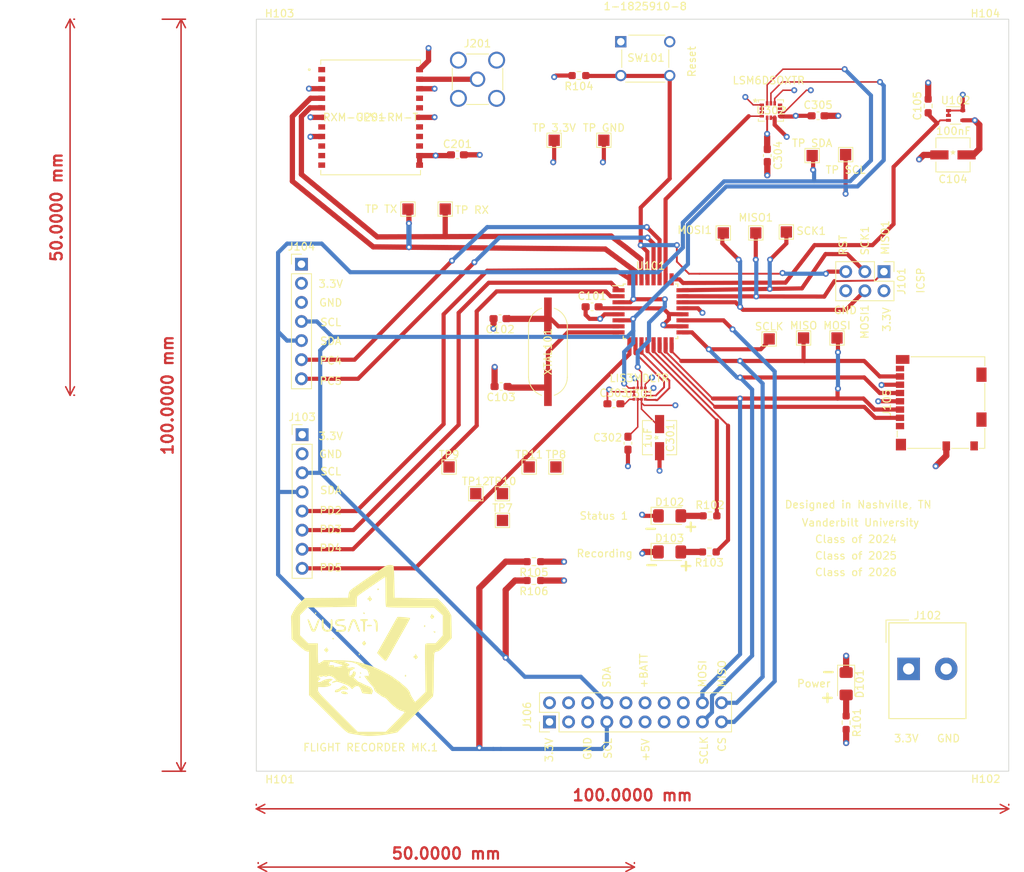
<source format=kicad_pcb>
(kicad_pcb (version 20211014) (generator pcbnew)
  (layers (0 "F.Cu" signal) (1 "In1.Cu" signal) (2 "In2.Cu" signal) (31 "B.Cu" signal) (34 "B.Paste" user) (35 "F.Paste" user) (36 "B.SilkS" user "B.Silkscreen") (37 "F.SilkS" user "F.Silkscreen") (38 "B.Mask" user) (39 "F.Mask" user) (44 "Edge.Cuts" user))
  (net 0 "")
  (net 1 "SDA")
  (net 2 "3.3V")
  (net 3 "Net-(C102-Pad1)")
  (net 4 "Net-(C103-Pad1)")
  (net 5 "Net-(D101-Pad2)")
  (net 6 "Net-(C303-Pad2)")
  (net 7 "Net-(D102-Pad2)")
  (net 8 "unconnected-(D102-Pad1)")
  (net 9 "/MISO1")
  (net 10 "/SCK1")
  (net 11 "/MOSI1")
  (net 12 "SCL")
  (net 13 "/PD2")
  (net 14 "/PD3")
  (net 15 "/PD4")
  (net 16 "/PD5")
  (net 19 "/SS SDC")
  (net 20 "/MOSI")
  (net 21 "/SCLK")
  (net 22 "/MISO")
  (net 30 "+5V")
  (net 31 "+BATT")
  (net 36 "/SS UPCB")
  (net 37 "Net-(J201-Pad1)")
  (net 38 "Net-(D103-Pad2)")
  (net 39 "Net-(R102-Pad2)")
  (net 40 "/RST")
  (net 41 "/DRDY")
  (net 42 "/INT_IMU")
  (net 43 "/PC4")
  (net 44 "/INT_MAG")
  (net 45 "GND")
  (net 46 "RX")
  (net 47 "TX")
  (net 58 "+3V3")
  (net 61 "/PC5")
  (net 62 "Net-(C105-Pad1)")
  (net 63 "Net-(C304-Pad1)")
  (net 64 "unconnected-(U201-Pad20)")
  (net 65 "Net-(R103-Pad1)")
  (net 70 "unconnected-(U101-Pad27)")
  (net 71 "unconnected-(U101-Pad28)")
  (net 73 "/IMU/INT_MAG")
  (net 74 "/IMU/DRDY")
  (footprint "Resistor_SMD:R_0603_1608Metric_Pad0.98x0.95mm_HandSolder" (layer "F.Cu") (at 231.3125 147.2 180)
    (fp_text reference "R103")
    (fp_text value "40")
  )
  (footprint "TestPoint:TestPoint_Pad_1.5x1.5mm" (layer "F.Cu") (at 203.823 139.452)
    (fp_text reference "TP10")
    (fp_text value "TX")
  )
  (footprint "TestPoint:TestPoint_Pad_1.5x1.5mm" (layer "F.Cu") (at 196.723 135.902)
    (fp_text reference "TP9")
    (fp_text value "RX")
  )
  (footprint "Capacitor_SMD:C_0603_1608Metric_Pad1.08x0.95mm_HandSolder" (layer "F.Cu") (at 220.5 132.7375 -90)
    (fp_text reference "C302")
    (fp_text value "100nF")
  )
  (footprint "Connector_PinHeader_2.54mm:PinHeader_1x07_P2.54mm_Vertical" (layer "F.Cu") (at 177.1075 108.9325)
    (fp_text reference "J104")
    (fp_text value "Conn_01x07")
  )
  (footprint "Resistor_SMD:R_0603_1608Metric_Pad0.98x0.95mm_HandSolder" (layer "F.Cu") (at 208 151 180)
    (fp_text reference "R106")
    (fp_text value "2.2K")
  )
  (footprint "Capacitor_SMD:C_0603_1608Metric_Pad1.08x0.95mm_HandSolder" (layer "F.Cu") (at 203.6375 125.2 180)
    (fp_text reference "C103")
    (fp_text value "25pF")
  )
  (footprint "LED_SMD:LED_1206_3216Metric_Pad1.42x1.75mm_HandSolder" (layer "F.Cu") (at 249.5 164.725 -90)
    (fp_text reference "D101")
    (fp_text value "RED")
  )
  (footprint "TestPoint:TestPoint_Pad_1.5x1.5mm" (layer "F.Cu") (at 249.428 94.361)
    (fp_text reference "TP SCL")
    (fp_text value "TestPoint_Pad_1.5x1.5mm")
  )
  (footprint "Capacitor_SMD:C_0603_1608Metric_Pad1.08x0.95mm_HandSolder" (layer "F.Cu") (at 197.8399 94.38785)
    (fp_text reference "C201")
    (fp_text value "0.01uF")
  )
  (footprint "TestPoint:TestPoint_Pad_1.5x1.5mm" (layer "F.Cu") (at 239.268 118.872)
    (fp_text reference "SCLK")
    (fp_text value "SCLK")
  )
  (footprint "Connector_PinHeader_2.54mm:PinHeader_2x10_P2.54mm_Vertical" (layer "F.Cu") (at 210.075 169.8 90)
    (fp_text reference "J106")
    (fp_text value "Conn_02x10_Top_Bottom")
  )
  (footprint "0.1uF P_Cap:UWP1H0R1MCL1GB" (layer "F.Cu") (at 263.7 94.4 180)
    (fp_text reference "C104")
    (fp_text value "100nF")
  )
  (footprint "Linx GPS:RXM-GPS-RM-T" (layer "F.Cu") (at 186.3024 89.41)
    (fp_text reference "U201")
    (fp_text value "RXM-GPS-RM-T")
  )
  (footprint "Capacitor_SMD:C_0603_1608Metric_Pad1.08x0.95mm_HandSolder" (layer "F.Cu") (at 215.7375 114.6)
    (fp_text reference "C101")
    (fp_text value "100nF")
  )
  (footprint "Resistor_SMD:R_0603_1608Metric_Pad0.98x0.95mm_HandSolder" (layer "F.Cu") (at 208 148.49 180)
    (fp_text reference "R105")
    (fp_text value "2.2K")
  )
  (footprint "Graphics:VUSAT.pretty" (layer "F.Cu") (at 186.912213 161.801051)
    (fp_text reference "G***" hide)
    (fp_text value "LOGO" hide)
  )
  (footprint "TestPoint:TestPoint_Pad_1.5x1.5mm" (layer "F.Cu") (at 233.172 104.775)
    (fp_text reference "MOSI1")
    (fp_text value "MOSI1")
  )
  (footprint "0.1uF P_Cap:UWP1H0R1MCL1GB" (layer "F.Cu") (at 224.7 132 -90)
    (fp_text reference "C301")
    (fp_text value "1uF")
  )
  (footprint "TestPoint:TestPoint_Pad_1.5x1.5mm" (layer "F.Cu") (at 241.554 104.648)
    (fp_text reference "SCK1")
    (fp_text value "SCK1")
  )
  (footprint "TestPoint:TestPoint_Pad_1.5x1.5mm" (layer "F.Cu") (at 200.273 139.452)
    (fp_text reference "TP12")
    (fp_text value "3.3V")
  )
  (footprint "Connector_Coaxial:SMA_Amphenol_901-144_Vertical" (layer "F.Cu") (at 200.5075 84.34)
    (fp_text reference "J201")
    (fp_text value "Conn_Coaxial")
  )
  (footprint "3-axis magnetometer:LIS3MDLTR" (layer "F.Cu") (at 222.049999 126.149999)
    (fp_text reference "U301")
    (fp_text value "LIS3MDLTR")
  )
  (footprint "8 Mhz crystal:830010043" (layer "F.Cu") (at 209.865 120.578 90)
    (fp_text reference "XTAL101")
    (fp_text value "830010043" hide)
  )
  (footprint "TestPoint:TestPoint_Pad_1.5x1.5mm" (layer "F.Cu") (at 196.215 101.6)
    (fp_text reference "TP RX")
    (fp_text value "TestPoint_Pad_1.5x1.5mm")
  )
  (footprint "PushSwitch:1-1825910-8" (layer "F.Cu") (at 226.05 83.850001)
    (fp_text reference "SW101")
    (fp_text value "1-1825910-8")
  )
  (footprint "Resistor_SMD:R_0603_1608Metric_Pad0.98x0.95mm_HandSolder" (layer "F.Cu") (at 213.9875 83.85 180)
    (fp_text reference "R104")
    (fp_text value "10k")
  )
  (footprint "6-axis IMU:LSM6DSOXTR" (layer "F.Cu") (at 239.5 88.5)
    (fp_text reference "U302")
    (fp_text value "LSM6DSOXTR")
  )
  (footprint "Connector_PinHeader_2.54mm:PinHeader_2x03_P2.54mm_Vertical" (layer "F.Cu") (at 254.525 109.925 -90)
    (fp_text reference "J101")
    (fp_text value "ICSP")
  )
  (footprint "LED_SMD:LED_1206_3216Metric_Pad1.42x1.75mm_HandSolder" (layer "F.Cu") (at 226.0375 147.2)
    (fp_text reference "D103")
    (fp_text value "YELLOW")
  )
  (footprint "Connector_PinHeader_2.54mm:PinHeader_1x08_P2.54mm_Vertical" (layer "F.Cu") (at 177.2 131.6)
    (fp_text reference "J103")
    (fp_text value "Conn_01x08")
  )
  (footprint "MountingHole:MountingHole_3.2mm_M3_ISO7380" (layer "F.Cu") (at 268 173.25)
    (fp_text reference "H102")
    (fp_text value "MountingHole")
  )
  (footprint "TestPoint:TestPoint_Pad_1.5x1.5mm" (layer "F.Cu") (at 207.373 135.902)
    (fp_text reference "TP11")
    (fp_text value "GND")
  )
  (footprint "MountingHole:MountingHole_3.2mm_M3_ISO7380" (layer "F.Cu") (at 174.2 173.25)
    (fp_text reference "H101")
    (fp_text value "MountingHole")
  )
  (footprint "TestPoint:TestPoint_Pad_1.5x1.5mm" (layer "F.Cu") (at 237.49 104.775)
    (fp_text reference "MISO1")
    (fp_text value "MISO1")
  )
  (footprint "MountingHole:MountingHole_3.2mm_M3_ISO7380" (layer "F.Cu") (at 268 79.45)
    (fp_text reference "H104")
    (fp_text value "MountingHole")
  )
  (footprint "TestPoint:TestPoint_Pad_1.5x1.5mm" (layer "F.Cu") (at 248.285 118.745)
    (fp_text reference "MOSI")
    (fp_text value "MOSI")
  )
  (footprint "Resistor_SMD:R_0603_1608Metric_Pad0.98x0.95mm_HandSolder" (layer "F.Cu") (at 260.4 87.8875 90)
    (fp_text reference "C105")
    (fp_text value "C")
  )
  (footprint "Resistor_SMD:R_0603_1608Metric_Pad0.98x0.95mm_HandSolder" (layer "F.Cu") (at 231.4 142.4)
    (fp_text reference "R102")
    (fp_text value "40")
  )
  (footprint "Package_TO_SOT_SMD:SOT-353_SC-70-5" (layer "F.Cu") (at 264.05 89.15)
    (fp_text reference "U102")
    (fp_text value "LMT84DCK")
  )
  (footprint "TestPoint:TestPoint_Pad_1.5x1.5mm" (layer "F.Cu") (at 191.262 101.6)
    (fp_text reference "TP TX")
    (fp_text value "TestPoint_Pad_1.5x1.5mm")
  )
  (footprint "Capacitor_SMD:C_0603_1608Metric_Pad1.08x0.95mm_HandSolder" (layer "F.Cu") (at 218.6375 127.5)
    (fp_text reference "C303")
    (fp_text value "100nF")
  )
  (footprint "TestPoint:TestPoint_Pad_1.5x1.5mm" (layer "F.Cu") (at 244.983 94.488)
    (fp_text reference "TP SDA")
    (fp_text value "TestPoint_Pad_1.5x1.5mm")
  )
  (footprint "LED_SMD:LED_1206_3216Metric_Pad1.42x1.75mm_HandSolder" (layer "F.Cu") (at 226.0375 142.4)
    (fp_text reference "D102")
    (fp_text value "GREEN")
  )
  (footprint "TestPoint:TestPoint_Pad_1.5x1.5mm" (layer "F.Cu") (at 210.693 92.456)
    (fp_text reference "TP 3.3V")
    (fp_text value "TestPoint_Pad_1.5x1.5mm")
  )
  (footprint "TestPoint:TestPoint_Pad_1.5x1.5mm" (layer "F.Cu") (at 203.823 143.002)
    (fp_text reference "TP7")
    (fp_text value "SDA")
  )
  (footprint "TestPoint:TestPoint_Pad_1.5x1.5mm" (layer "F.Cu") (at 243.84 118.745)
    (fp_text reference "MISO")
    (fp_text value "MISO")
  )
  (footprint "TerminalBlock_Altech:Altech_AK300_1x02_P5.00mm_45-Degree" (layer "F.Cu") (at 257.8 162.75)
    (fp_text reference "J102")
    (fp_text value "Screw_Terminal_01x02")
  )
  (footprint "TestPoint:TestPoint_Pad_1.5x1.5mm" (layer "F.Cu") (at 210.923 135.902)
    (fp_text reference "TP8")
    (fp_text value "SCL")
  )
  (footprint "Connector_Card:microSD_HC_Molex_104031-0811" (layer "F.Cu") (at 262.1075 127.3575 90)
    (fp_text reference "J105")
    (fp_text value "Micro_SD_Card")
  )
  (footprint "Capacitor_SMD:C_0603_1608Metric_Pad1.08x0.95mm_HandSolder" (layer "F.Cu") (at 239.02 94.4825 -90)
    (fp_text reference "C304")
    (fp_text value "100nF")
  )
  (footprint "Resistor_SMD:R_0603_1608Metric_Pad0.98x0.95mm_HandSolder" (layer "F.Cu") (at 249.5 169.9 -90)
    (fp_text reference "R101")
    (fp_text value "40")
  )
  (footprint "Package_QFP:TQFP-32_7x7mm_P0.8mm" (layer "F.Cu") (at 223.5 115.2)
    (fp_text reference "U101")
    (fp_text value "ATmega328PB-A")
  )
  (footprint "MountingHole:MountingHole_3.2mm_M3_ISO7380" (layer "F.Cu") (at 174.2 79.45)
    (fp_text reference "H103")
    (fp_text value "MountingHole")
  )
  (footprint "Capacitor_SMD:C_0603_1608Metric_Pad1.08x0.95mm_HandSolder" (layer "F.Cu") (at 203.5 116.175 180)
    (fp_text reference "C102")
    (fp_text value "25pF")
  )
  (footprint "TestPoint:TestPoint_Pad_1.5x1.5mm" (layer "F.Cu") (at 217.297 92.456)
    (fp_text reference "TP GND")
    (fp_text value "TestPoint_Pad_1.5x1.5mm")
  )
  (footprint "Capacitor_SMD:C_0603_1608Metric_Pad1.08x0.95mm_HandSolder" (layer "F.Cu") (at 245.7675 89.2)
    (fp_text reference "C305")
    (fp_text value "100nF")
  )
  (gr_rect locked (start 171.1075 76.3575) (end 271.1075 176.3575) (layer "Edge.Cuts") (width 0.1) (fill none))
  (gr_text "RST" (at 249.1 106.4 90) (layer "F.SilkS") (effects (font (size 1 1))))
  (gr_text "MOSI1" (at 251.968 116.586 90) (layer "F.SilkS") (effects (font (size 1 1))))
  (gr_text "GND" (at 215.135 173.335 90) (layer "F.SilkS") (effects (font (size 1 1))))
  (gr_text "MISO" (at 233 163.4 90) (layer "F.SilkS") (effects (font (size 1 1))))
  (gr_text "GND" (at 181 134.2) (layer "F.SilkS") (effects (font (size 1 1))))
  (gr_text "MOSI" (at 230.4 163.4 90) (layer "F.SilkS") (effects (font (size 1 1))))
  (gr_text "Designed in Nashville, TN" (at 251.1 140.9) (layer "F.SilkS") (effects (font (size 1 1))))
  (gr_text "3.3V" (at 257.5 172) (layer "F.SilkS") (effects (font (size 1 1))))
  (gr_text "SCLK" (at 230.6 173.6 90) (layer "F.SilkS") (effects (font (size 1 1))))
  (gr_text "PC5" (at 181 124.46) (layer "F.SilkS") (effects (font (size 1 1))))
  (gr_text "Class of 2025" (at 250.8 147.7) (layer "F.SilkS") (effects (font (size 1 1))))
  (gr_text "+" (at 247.015 166.497) (layer "F.SilkS") (effects (font (size 1.5 1.5) (thickness 0.3))))
  (gr_text "SDA" (at 181 119.16) (layer "F.SilkS") (effects (font (size 1 1))))
  (gr_text "SCL" (at 181 136.5) (layer "F.SilkS") (effects (font (size 1 1))))
  (gr_text "3.3V" (at 254.9 116.3 90) (layer "F.SilkS") (effects (font (size 1 1))))
  (gr_text "Reset" (at 229 82 90) (layer "F.SilkS") (effects (font (size 1 1))))
  (gr_text "PC4" (at 181 121.76) (layer "F.SilkS") (effects (font (size 1 1))))
  (gr_text "MISO1" (at 254.7 105.4 90) (layer "F.SilkS") (effects (font (size 1 1))))
  (gr_text "CS" (at 233 172.8 90) (layer "F.SilkS") (effects (font (size 1 1))))
  (gr_text "Status 1" (at 217.3 142.4) (layer "F.SilkS") (effects (font (size 1 1))))
  (gr_text "-" (at 247.142 163.068) (layer "F.SilkS") (effects (font (size 1.5 1.5) (thickness 0.3))))
  (gr_text "Power" (at 245.2 164.7) (layer "F.SilkS") (effects (font (size 1 1))))
  (gr_text "SDA" (at 181 139) (layer "F.SilkS") (effects (font (size 1 1))))
  (gr_text "-" (at 223.647 148.844) (layer "F.SilkS") (effects (font (size 1.5 1.5) (thickness 0.3))))
  (gr_text "+BATT" (at 222.6 163 90) (layer "F.SilkS") (effects (font (size 1 1))))
  (gr_text "SCL" (at 181 116.66) (layer "F.SilkS") (effects (font (size 1 1))))
  (gr_text "3.3V" (at 181 131.8) (layer "F.SilkS") (effects (font (size 1 1))))
  (gr_text "GND" (at 249.4 115.062) (layer "F.SilkS") (effects (font (size 1 1))))
  (gr_text "Class of 2024" (at 250.8 145.5) (layer "F.SilkS") (effects (font (size 1 1))))
  (gr_text "Recording" (at 217.4 147.4) (layer "F.SilkS") (effects (font (size 1 1))))
  (gr_text "SCL" (at 217.835 173.335 90) (layer "F.SilkS") (effects (font (size 1 1))))
  (gr_text "SCK1" (at 252 105.8 90) (layer "F.SilkS") (effects (font (size 1 1))))
  (gr_text "3.3V" (at 181 111.56) (layer "F.SilkS") (effects (font (size 1 1))))
  (gr_text "+5V" (at 222.835 173.535 90) (layer "F.SilkS") (effects (font (size 1 1))))
  (gr_text "ICSP" (at 259.4 111.1 90) (layer "F.SilkS") (effects (font (size 1 1))))
  (gr_text "Vanderbilt University" (at 251.4 143.3) (layer "F.SilkS") (effects (font (size 1 1))))
  (gr_text "PD2" (at 181 141.7) (layer "F.SilkS") (effects (font (size 1 1))))
  (gr_text "GND" (at 181 114.06) (layer "F.SilkS") (effects (font (size 1 1))))
  (gr_text "PD5" (at 181 149.3) (layer "F.SilkS") (effects (font (size 1 1))))
  (gr_text "3.3V" (at 210.035 173.535 90) (layer "F.SilkS") (effects (font (size 1 1))))
  (gr_text "GND" (at 263.1 172) (layer "F.SilkS") (effects (font (size 1 1))))
  (gr_text "Class of 2026" (at 250.8 149.9) (layer "F.SilkS") (effects (font (size 1 1))))
  (gr_text "+" (at 228.219 148.971) (layer "F.SilkS") (effects (font (size 1.5 1.5) (thickness 0.3))))
  (gr_text "-" (at 223.52 144.018) (layer "F.SilkS") (effects (font (size 1.5 1.5) (thickness 0.3))))
  (gr_text "FLIGHT RECORDER MK.1" (at 186.3 173.2) (layer "F.SilkS") (effects (font (size 1 1))))
  (gr_text "PD3" (at 181 144.2) (layer "F.SilkS") (effects (font (size 1 1))))
  (gr_text "SDA" (at 217.6925 163.8425 90) (layer "F.SilkS") (effects (font (size 1 1))))
  (gr_text "+" (at 228.854 143.764) (layer "F.SilkS") (effects (font (size 1.5 1.5) (thickness 0.3))))
  (gr_text "PD4" (at 181 146.7) (layer "F.SilkS") (effects (font (size 1 1))))
  (dimension (type aligned) (layer "F.Cu") (pts (xy 158.1075 76.3575) (xy 158.1075 176.3575)) (height -3) (gr_text "100.0000 mm" (at 159.3075 126.3575 90) (layer "F.Cu") (effects (font (size 1.5 1.5) (thickness 0.3)))) (format (units 3) (units_format 1) (precision 4)) (style (thickness 0.2) (arrow_length 1.27) (text_position_mode 0) (extension_height 0.58642) (extension_offset 0.5) keep_text_aligned))
  (dimension (type aligned) (layer "F.Cu") (pts (xy 146.3575 76.3575) (xy 146.3575 126.3575)) (height 0) (gr_text "50.0000 mm" (at 144.5575 101.3575 90) (layer "F.Cu") (effects (font (size 1.5 1.5) (thickness 0.3)))) (format (units 3) (units_format 1) (precision 4)) (style (thickness 0.2) (arrow_length 1.27) (text_position_mode 0) (extension_height 0.58642) (extension_offset 0.5) keep_text_aligned))
  (dimension (type aligned) (layer "F.Cu") (pts (xy 171.3575 189.1075) (xy 221.3575 189.1075)) (height 0) (gr_text "50.0000 mm" (at 196.3575 187.3075) (layer "F.Cu") (effects (font (size 1.5 1.5) (thickness 0.3)))) (format (units 3) (units_format 1) (precision 4)) (style (thickness 0.2) (arrow_length 1.27) (text_position_mode 0) (extension_height 0.58642) (extension_offset 0.5) keep_text_aligned))
  (dimension (type aligned) (layer "F.Cu") (pts (xy 171.1075 181.3575) (xy 271.1075 181.3575)) (height 0) (gr_text "100.0000 mm" (at 221.1075 179.5575) (layer "F.Cu") (effects (font (size 1.5 1.5) (thickness 0.3)))) (format (units 3) (units_format 1) (precision 4)) (style (thickness 0.2) (arrow_length 1.27) (text_position_mode 0) (extension_height 0.58642) (extension_offset 0.5) keep_text_aligned))
  (segment (start 239.000001 87.5437) (end 239.000001 85.099999) (width 0.2) (layer "F.Cu") (net 1))
  (segment (start 222.299999 123.299999) (end 221.8 122.8) (width 0.2) (layer "F.Cu") (net 1))
  (segment (start 241.1 83) (end 249.3 83) (width 0.2) (layer "F.Cu") (net 1))
  (segment (start 222.299999 125.399998) (end 222.299999 123.299999) (width 0.2) (layer "F.Cu") (net 1))
  (segment (start 239.000001 85.099999) (end 241.1 83) (width 0.2) (layer "F.Cu") (net 1))
  (segment (start 219.25 114) (end 220.8 114) (width 0.55) (layer "F.Cu") (net 1))
  (segment (start 220.8 114) (end 221.2 113.6) (width 0.55) (layer "F.Cu") (net 1))
  (segment (start 245.11 94.615) (end 244.983 94.488) (width 0.55) (layer "F.Cu") (net 1))
  (segment (start 204.26 148.49) (end 202.25 150.5) (width 0.825) (layer "F.Cu") (net 1))
  (segment (start 202.25 150.5) (end 200.75 152) (width 0.825) (layer "F.Cu") (net 1))
  (segment (start 245.11 96.393) (end 245.11 94.615) (width 0.55) (layer "F.Cu") (net 1))
  (segment (start 200.75 152) (end 200.75 173.25) (width 0.825) (layer "F.Cu") (net 1))
  (segment (start 225.4 113.6) (end 221.2 113.6) (width 0.55) (layer "F.Cu") (net 1))
  (segment (start 221.8 122.8) (end 221.8 122.6) (width 0.2) (layer "F.Cu") (net 1))
  (segment (start 207.0875 148.49) (end 204.26 148.49) (width 0.825) (layer "F.Cu") (net 1))
  (via (at 225.4 113.6) (size 0.8) (drill 0.4) (layers "F.Cu" "B.Cu") (net 1))
  (via (at 249.3 83) (size 0.8) (drill 0.4) (layers "F.Cu" "B.Cu") (net 1))
  (via (at 221.225 113.575) (size 0.8) (drill 0.4) (layers "F.Cu" "B.Cu") (net 1))
  (via (at 245.11 96.393) (size 0.8) (drill 0.4) (layers "F.Cu" "B.Cu") (net 1))
  (via (at 221.8 122.6) (size 0.8) (drill 0.4) (layers "F.Cu" "B.Cu") (net 1))
  (via (at 200.75 173.25) (size 0.8) (drill 0.4) (layers "F.Cu" "B.Cu") (net 1))
  (segment (start 197.2 173.4) (end 174 150.2) (width 0.55) (layer "B.Cu") (net 1))
  (segment (start 227.8 106.731371) (end 224.531371 110) (width 0.55) (layer "B.Cu") (net 1))
  (segment (start 217.695 172.705) (end 217 173.4) (width 0.55) (layer "B.Cu") (net 1))
  (segment (start 221.2 110) (end 221.2 113.6) (width 0.55) (layer "B.Cu") (net 1))
  (segment (start 224.531371 110) (end 221.2 110) (width 0.55) (layer "B.Cu") (net 1))
  (segment (start 225.4 114.6) (end 225.4 113.6) (width 0.55) (layer "B.Cu") (net 1))
  (segment (start 174 139.214299) (end 174 117.9) (width 0.55) (layer "B.Cu") (net 1))
  (segment (start 203.6 173.4) (end 202.6 173.4) (width 0.55) (layer "B.Cu") (net 1))
  (segment (start 227.8 103.4) (end 227.8 106.731371) (width 0.55) (layer "B.Cu") (net 1))
  (segment (start 174 117.9) (end 174 107.4) (width 0.55) (layer "B.Cu") (net 1))
  (segment (start 221.8 122.6) (end 221.8 120.6) (width 0.55) (layer "B.Cu") (net 1))
  (segment (start 245.24 96.523) (end 245.11 96.393) (width 0.55) (layer "B.Cu") (net 1))
  (segment (start 177.1075 119.0925) (end 175.1925 119.0925) (width 0.55) (layer "B.Cu") (net 1))
  (segment (start 183.6 110) (end 221.2 110) (width 0.55) (layer "B.Cu") (net 1))
  (segment (start 223.3 119.1) (end 223.3 116.7) (width 0.55) (layer "B.Cu") (net 1))
  (segment (start 174 107.4) (end 175.2 106.2) (width 0.55) (layer "B.Cu") (net 1))
  (segment (start 249.3 83) (end 252.8 86.5) (width 0.55) (layer "B.Cu") (net 1))
  (segment (start 245.24 97.92) (end 233.28 97.92) (width 0.55) (layer "B.Cu") (net 1))
  (segment (start 179.8 106.2) (end 183.6 110) (width 0.55) (layer "B.Cu") (net 1))
  (segment (start 233.28 97.92) (end 227.8 103.4) (width 0.55) (layer "B.Cu") (net 1))
  (segment (start 174.005701 139.22) (end 174 139.214299) (width 0.25) (layer "B.Cu") (net 1))
  (segment (start 252.8 95.12785) (end 250.00785 97.92) (width 0.55) (layer "B.Cu") (net 1))
  (segment (start 202.6 173.4) (end 197.2 173.4) (width 0.55) (layer "B.Cu") (net 1))
  (segment (start 245.24 97.92) (end 245.24 96.523) (width 0.55) (layer "B.Cu") (net 1))
  (segment (start 221.8 120.6) (end 223.3 119.1) (width 0.55) (layer "B.Cu") (net 1))
  (segment (start 252.8 86.5) (end 252.8 95.12785) (width 0.55) (layer "B.Cu") (net 1))
  (segment (start 217.695 169.8) (end 217.695 172.705) (width 0.55) (layer "B.Cu") (net 1))
  (segment (start 175.1925 119.0925) (end 174 117.9) (width 0.55) (layer "B.Cu") (net 1))
  (segment (start 250.00785 97.92) (end 245.24 97.92) (width 0.55) (layer "B.Cu") (net 1))
  (segment (start 223.3 116.7) (end 225.4 114.6) (width 0.55) (layer "B.Cu") (net 1))
  (segment (start 177.2 139.22) (end 174.005701 139.22) (width 0.55) (layer "B.Cu") (net 1))
  (segment (start 217 173.4) (end 203.6 173.4) (width 0.55) (layer "B.Cu") (net 1))
  (segment (start 174 150.2) (end 174 139.214299) (width 0.55) (layer "B.Cu") (net 1))
  (segment (start 175.2 106.2) (end 179.8 106.2) (width 0.55) (layer "B.Cu") (net 1))
  (segment (start 210.693 95.25) (end 210.693 92.456) (width 0.55) (layer "F.Cu") (net 2))
  (segment (start 210.566 95.377) (end 210.693 95.25) (width 0.25) (layer "F.Cu") (net 2))
  (segment (start 209.743 116.2) (end 204.6 116.2) (width 0.825) (layer "F.Cu") (net 3))
  (segment (start 219.25 117.2) (end 211.2495 117.2) (width 0.55) (layer "F.Cu") (net 3))
  (segment (start 211.2495 117.2) (end 209.865 115.8155) (width 0.55) (layer "F.Cu") (net 3))
  (segment (start 204.722 115.8155) (end 204.3625 116.175) (width 0.25) (layer "F.Cu") (net 3))
  (segment (start 204.6405 125.3405) (end 209.865 125.3405) (width 0.825) (layer "F.Cu") (net 4))
  (segment (start 212.5 118) (end 209.865 120.635) (width 0.55) (layer "F.Cu") (net 4))
  (segment (start 204.5 125.2) (end 204.6405 125.3405) (width 0.25) (layer "F.Cu") (net 4))
  (segment (start 209.865 120.635) (end 209.865 125.3405) (width 0.55) (layer "F.Cu") (net 4))
  (segment (start 219.25 118) (end 212.5 118) (width 0.55) (layer "F.Cu") (net 4))
  (segment (start 249.5 168.9875) (end 249.5 166.2125) (width 0.825) (layer "F.Cu") (net 5))
  (segment (start 221.299998 126.9) (end 220.7 126.9) (width 0.2) (layer "F.Cu") (net 6))
  (segment (start 220.7 126.9) (end 220.1 127.5) (width 0.2) (layer "F.Cu") (net 6))
  (segment (start 220.1 127.5) (end 219.5 127.5) (width 0.2) (layer "F.Cu") (net 6))
  (segment (start 230.4875 142.4) (end 227.525 142.4) (width 0.825) (layer "F.Cu") (net 7))
  (segment (start 222.537 142.4) (end 222.377 142.24) (width 0.25) (layer "F.Cu") (net 8))
  (segment (start 224.55 142.4) (end 222.537 142.4) (width 0.55) (layer "F.Cu") (net 8))
  (segment (start 253.350489 111.099511) (end 254.525 109.925) (width 0.25) (layer "F.Cu") (net 9))
  (segment (start 247.946417 111.18632) (end 253.350489 111.099511) (width 0.25) (layer "F.Cu") (net 9))
  (segment (start 237.49 108.331) (end 237.49 104.775) (width 0.55) (layer "F.Cu") (net 9))
  (segment (start 246.594329 113.238595) (end 237.553921 113.220079) (width 0.55) (layer "F.Cu") (net 9))
  (segment (start 237.553921 113.220079) (end 227.75 113.2) (width 0.55) (layer "F.Cu") (net 9))
  (segment (start 247.946417 111.18632) (end 246.594329 113.238595) (width 0.55) (layer "F.Cu") (net 9))
  (via (at 237.49 108.331) (size 0.8) (drill 0.4) (layers "F.Cu" "B.Cu") (net 9))
  (via (at 237.553921 113.220079) (size 0.8) (drill 0.4) (layers "F.Cu" "B.Cu") (net 9))
  (segment (start 237.553921 113.220079) (end 237.553921 108.394921) (width 0.55) (layer "B.Cu") (net 9))
  (segment (start 237.553921 108.394921) (end 237.49 108.331) (width 0.55) (layer "B.Cu") (net 9))
  (segment (start 243.624567 112.152097) (end 246.76334 107.588802) (width 0.55) (layer "F.Cu") (net 10))
  (segment (start 246.76334 107.588802) (end 249.6 107.6) (width 0.55) (layer "F.Cu") (net 10))
  (segment (start 251.985 109.925) (end 249.66 107.6) (width 0.55) (layer "F.Cu") (net 10))
  (segment (start 227.75 112.4) (end 239.345914 112.218914) (width 0.55) (layer "F.Cu") (net 10))
  (segment (start 241.554 106.172) (end 241.554 104.648) (width 0.55) (layer "F.Cu") (net 10))
  (segment (start 239.395 108.331) (end 241.554 106.172) (width 0.55) (layer "F.Cu") (net 10))
  (segment (start 239.345914 112.218914) (end 243.624567 112.152097) (width 0.55) (layer "F.Cu") (net 10))
  (via (at 239.345914 112.218914) (size 0.8) (drill 0.4) (layers "F.Cu" "B.Cu") (net 10))
  (via (at 239.395 108.331) (size 0.8) (drill 0.4) (layers "F.Cu" "B.Cu") (net 10))
  (segment (start 239.345914 112.218914) (end 239.345914 108.380086) (width 0.55) (layer "B.Cu") (net 10))
  (segment (start 239.345914 108.380086) (end 239.395 108.331) (width 0.55) (layer "B.Cu") (net 10))
  (segment (start 234.8 114) (end 227.75 114) (width 0.55) (layer "F.Cu") (net 11))
  (segment (start 233.045 106.172) (end 233.045 104.902) (width 0.55) (layer "F.Cu") (net 11))
  (segment (start 249.45 115) (end 235.8 115) (width 0.55) (layer "F.Cu") (net 11))
  (segment (start 235.406 114.606) (end 234.8 114) (width 0.55) (layer "F.Cu") (net 11))
  (segment (start 233.045 104.902) (end 233.172 104.775) (width 0.55) (layer "F.Cu") (net 11))
  (segment (start 235.204 108.331) (end 233.045 106.172) (width 0.55) (layer "F.Cu") (net 11))
  (segment (start 251.985 112.465) (end 249.45 115) (width 0.55) (layer "F.Cu") (net 11))
  (segment (start 235.8 115) (end 235.406 114.606) (width 0.55) (layer "F.Cu") (net 11))
  (via (at 235.204 108.331) (size 0.8) (drill 0.4) (layers "F.Cu" "B.Cu") (net 11))
  (via (at 235.406 114.606) (size 0.8) (drill 0.4) (layers "F.Cu" "B.Cu") (net 11))
  (segment (start 235.406 114.606) (end 235.406 108.533) (width 0.55) (layer "B.Cu") (net 11))
  (segment (start 235.406 108.533) (end 235.204 108.331) (width 0.55) (layer "B.Cu") (net 11))
  (segment (start 221 116.4) (end 221.2 116.2) (width 0.25) (layer "F.Cu") (net 12))
  (segment (start 221.299998 125.399998) (end 220.599998 125.399998) (width 0.2) (layer "F.Cu") (net 12))
  (segment (start 239.5 86.2) (end 241 84.7) (width 0.2) (layer "F.Cu") (net 12))
  (segment (start 220.599998 125.399998) (end 220 124.8) (width 0.2) (layer "F.Cu") (net 12))
  (segment (start 249.428 99.568) (end 249.428 94.361) (width 0.55) (layer "F.Cu") (net 12))
  (segment (start 219.25 116.4) (end 221 116.4) (width 0.55) (layer "F.Cu") (net 12))
  (segment (start 239.5 87.5437) (end 239.5 86.2) (width 0.2) (layer "F.Cu") (net 12))
  (segment (start 241 84.7) (end 254 84.7) (width 0.2) (layer "F.Cu") (net 12))
  (segment (start 207.0875 151) (end 205.5 151) (width 0.825) (layer "F.Cu") (net 12))
  (segment (start 205.5 151) (end 204.25 152.25) (width 0.825) (layer "F.Cu") (net 12))
  (segment (start 204.25 152.25) (end 204.25 161.25) (width 0.825) (layer "F.Cu") (net 12))
  (via (at 221.2 116.2) (size 0.8) (drill 0.4) (layers "F.Cu" "B.Cu") (net 12))
  (via (at 204.25 161.25) (size 0.8) (drill 0.4) (layers "F.Cu" "B.Cu") (net 12))
  (via (at 254 84.7) (size 0.8) (drill 0.4) (layers "F.Cu" "B.Cu") (net 12))
  (via (at 220 124.8) (size 0.8) (drill 0.4) (layers "F.Cu" "B.Cu") (net 12))
  (via (at 249.428 99.568) (size 0.8) (drill 0.4) (layers "F.Cu" "B.Cu") (net 12))
  (segment (start 200.375 157.375) (end 202.9 159.9) (width 0.55) (layer "B.Cu") (net 12))
  (segment (start 214.235 163.8) (end 206.8 163.8) (width 0.55) (layer "B.Cu") (net 12))
  (segment (start 177.2 136.68) (end 179.52 136.68) (width 0.55) (layer "B.Cu") (net 12))
  (segment (start 220 120.6) (end 220 124.8) (width 0.55) (layer "B.Cu") (net 12))
  (segment (start 181.2 118.6) (end 181.4 118.6) (width 0.25) (layer "B.Cu") (net 12))
  (segment (start 196.6 118.6) (end 220.4 118.6) (width 0.55) (layer "B.Cu") (net 12))
  (segment (start 249.471 99.525) (end 249.428 99.568) (width 0.55) (layer "B.Cu") (net 12))
  (segment (start 251.005 98.595) (end 254.45 95.15) (width 0.55) (layer "B.Cu") (net 12))
  (segment (start 228.475 103.679594) (end 233.559594 98.595) (width 0.55) (layer "B.Cu") (net 12))
  (segment (start 221.2 116.2) (end 221.2 117.8) (width 0.55) (layer "B.Cu") (net 12))
  (segment (start 220.4 118.6) (end 221.2 117.8) (width 0.55) (layer "B.Cu") (net 12))
  (segment (start 179.1525 116.5525) (end 181.2 118.6) (width 0.55) (layer "B.Cu") (net 12))
  (segment (start 177.1075 116.5525) (end 179.1525 116.5525) (width 0.55) (layer "B.Cu") (net 12))
  (segment (start 202.9 159.9) (end 203 160) (width 0.55) (layer "B.Cu") (net 12))
  (segment (start 221.2 119.4) (end 220 120.6) (width 0.55) (layer "B.Cu") (net 12))
  (segment (start 179.52 136.68) (end 179.6 136.6) (width 0.25) (layer "B.Cu") (net 12))
  (segment (start 233.559594 98.595) (end 249.471 98.595) (width 0.55) (layer "B.Cu") (net 12))
  (segment (start 217.695 167.26) (end 214.235 163.8) (width 0.55) (layer "B.Cu") (net 12))
  (segment (start 254.45 95.15) (end 254.5 95.1) (width 0.25) (layer "B.Cu") (net 12))
  (segment (start 249.471 98.595) (end 249.471 99.525) (width 0.55) (layer "B.Cu") (net 12))
  (segment (start 203 160) (end 206.8 163.8) (width 0.55) (layer "B.Cu") (net 12))
  (segment (start 254.5 85.2) (end 254 84.7) (width 0.55) (layer "B.Cu") (net 12))
  (segment (start 179.6 136.6) (end 179.6 120.4) (width 0.55) (layer "B.Cu") (net 12))
  (segment (start 221.2 117.8) (end 221.2 119.4) (width 0.55) (layer "B.Cu") (net 12))
  (segment (start 249.471 98.595) (end 251.005 98.595) (width 0.55) (layer "B.Cu") (net 12))
  (segment (start 254.5 95.1) (end 254.5 85.2) (width 0.55) (layer "B.Cu") (net 12))
  (segment (start 181.4 118.6) (end 196.6 118.6) (width 0.55) (layer "B.Cu") (net 12))
  (segment (start 228.475 108.925) (end 228.475 103.679594) (width 0.55) (layer "B.Cu") (net 12))
  (segment (start 179.6 136.6) (end 200.375 157.375) (width 0.55) (layer "B.Cu") (net 12))
  (segment (start 179.6 120.4) (end 181.4 118.6) (width 0.55) (layer "B.Cu") (net 12))
  (segment (start 221.2 116.2) (end 228.475 108.925) (width 0.55) (layer "B.Cu") (net 12))
  (segment (start 196 130.2) (end 196 115.6) (width 0.55) (layer "F.Cu") (net 13))
  (segment (start 201.8 109.8) (end 218.776993 109.679827) (width 0.55) (layer "F.Cu") (net 13))
  (segment (start 184.44 141.76) (end 196 130.2) (width 0.55) (layer "F.Cu") (net 13))
  (segment (start 177.2 141.76) (end 184.44 141.76) (width 0.55) (layer "F.Cu") (net 13))
  (segment (start 220.7 110.9) (end 220.7 110.95) (width 0.25) (layer "F.Cu") (net 13))
  (segment (start 218.776993 109.679827) (end 220.7 110.9) (width 0.55) (layer "F.Cu") (net 13))
  (segment (start 196 115.6) (end 201.8 109.8) (width 0.55) (layer "F.Cu") (net 13))
  (segment (start 198 130.3) (end 198 115.4) (width 0.55) (layer "F.Cu") (net 14))
  (segment (start 218.25 111.4) (end 219.25 112.4) (width 0.55) (layer "F.Cu") (net 14))
  (segment (start 184 144.3) (end 198 130.3) (width 0.55) (layer "F.Cu") (net 14))
  (segment (start 202 111.4) (end 218.25 111.4) (width 0.55) (layer "F.Cu") (net 14))
  (segment (start 198 115.4) (end 202 111.4) (width 0.55) (layer "F.Cu") (net 14))
  (segment (start 177.2 144.3) (end 184 144.3) (width 0.55) (layer "F.Cu") (net 14))
  (segment (start 177.2 146.84) (end 183.96 146.84) (width 0.55) (layer "F.Cu") (net 15))
  (segment (start 203.049511 112.550489) (end 217.550489 112.550489) (width 0.55) (layer "F.Cu") (net 15))
  (segment (start 183.96 146.84) (end 200.4 130.4) (width 0.55) (layer "F.Cu") (net 15))
  (segment (start 218.2 113.2) (end 219.25 113.2) (width 0.55) (layer "F.Cu") (net 15))
  (segment (start 200.4 115.2) (end 203.049511 112.550489) (width 0.55) (layer "F.Cu") (net 15))
  (segment (start 217.550489 112.550489) (end 218.2 113.2) (width 0.55) (layer "F.Cu") (net 15))
  (segment (start 200.4 130.4) (end 200.4 115.2) (width 0.55) (layer "F.Cu") (net 15))
  (segment (start 192.22 149.38) (end 220.7 120.9) (width 0.55) (layer "F.Cu") (net 16))
  (segment (start 220.7 120.9) (end 220.7 119.45) (width 0.55) (layer "F.Cu") (net 16))
  (segment (start 177.2 149.38) (end 192.22 149.38) (width 0.55) (layer "F.Cu") (net 16))
  (segment (start 251.9 127.9) (end 232.1 127.9) (width 0.55) (layer "F.Cu") (net 19))
  (segment (start 224.7 120.5) (end 232 127.8) (width 0.25) (layer "F.Cu") (net 19))
  (segment (start 256.6575 129.3625) (end 253.3625 129.3625) (width 0.55) (layer "F.Cu") (net 19))
  (segment (start 232.1 127.9) (end 232 127.8) (width 0.25) (layer "F.Cu") (net 19))
  (segment (start 253.3625 129.3625) (end 251.9 127.9) (width 0.55) (layer "F.Cu") (net 19))
  (segment (start 224.7 119.45) (end 224.7 120.5) (width 0.55) (layer "F.Cu") (net 19))
  (segment (start 225.5 120.55) (end 231.775 126.825) (width 0.25) (layer "F.Cu") (net 20))
  (segment (start 248.358 126.8) (end 248.358 125.53) (width 0.55) (layer "F.Cu") (net 20))
  (segment (start 248.412 120.65) (end 248.412 118.872) (width 0.55) (layer "F.Cu") (net 20))
  (segment (start 248.358 126.8) (end 235.4 126.8) (width 0.55) (layer "F.Cu") (net 20))
  (segment (start 253.2625 128.2625) (end 251.8 126.8) (width 0.55) (layer "F.Cu") (net 20))
  (segment (start 251.8 126.8) (end 248.358 126.8) (width 0.55) (layer "F.Cu") (net 20))
  (segment (start 231.8 126.8) (end 231.775 126.825) (width 0.25) (layer "F.Cu") (net 20))
  (segment (start 248.412 118.872) (end 248.285 118.745) (width 0.55) (layer "F.Cu") (net 20))
  (segment (start 225.5 119.45) (end 225.5 120.55) (width 0.55) (layer "F.Cu") (net 20))
  (segment (start 256.6575 128.2625) (end 253.2625 128.2625) (width 0.55) (layer "F.Cu") (net 20))
  (segment (start 235.4 126.8) (end 231.8 126.8) (width 0.55) (layer "F.Cu") (net 20))
  (segment (start 248.358 125.53) (end 248.412 125.476) (width 0.55) (layer "F.Cu") (net 20))
  (via (at 248.412 125.476) (size 0.8) (drill 0.4) (layers "F.Cu" "B.Cu") (net 20))
  (via (at 235.4 126.8) (size 0.8) (drill 0.4) (layers "F.Cu" "B.Cu") (net 20))
  (via (at 248.412 120.65) (size 0.8) (drill 0.4) (layers "F.Cu" "B.Cu") (net 20))
  (segment (start 235.4 160.8) (end 235.4 126.8) (width 0.55) (layer "B.Cu") (net 20))
  (segment (start 230.395 165.805) (end 235.4 160.8) (width 0.55) (layer "B.Cu") (net 20))
  (segment (start 248.412 125.476) (end 248.412 120.65) (width 0.55) (layer "B.Cu") (net 20))
  (segment (start 230.395 167.26) (end 230.395 165.805) (width 0.55) (layer "B.Cu") (net 20))
  (segment (start 235.4 124) (end 251.9 124) (width 0.55) (layer "F.Cu") (net 21))
  (segment (start 229 118) (end 231.25 120.25) (width 0.55) (layer "F.Cu") (net 21))
  (segment (start 238.144 120.25) (end 239.268 119.126) (width 0.55) (layer "F.Cu") (net 21))
  (segment (start 239.268 119.126) (end 239.268 118.872) (width 0.55) (layer "F.Cu") (net 21))
  (segment (start 227.75 118) (end 229 118) (width 0.55) (layer "F.Cu") (net 21))
  (segment (start 253.9625 126.0625) (end 256.6575 126.0625) (width 0.55) (layer "F.Cu") (net 21))
  (segment (start 231.25 120.25) (end 238.144 120.25) (width 0.55) (layer "F.Cu") (net 21))
  (segment (start 251.9 124) (end 253.9625 126.0625) (width 0.55) (layer "F.Cu") (net 21))
  (via (at 235.4 124) (size 0.8) (drill 0.4) (layers "F.Cu" "B.Cu") (net 21))
  (via (at 231.25 120.25) (size 0.8) (drill 0.4) (layers "F.Cu" "B.Cu") (net 21))
  (segment (start 235 124) (end 231.25 120.25) (width 0.55) (layer "B.Cu") (net 21))
  (segment (start 237 161) (end 237 125.6) (width 0.55) (layer "B.Cu") (net 21))
  (segment (start 235.4 124) (end 235 124) (width 0.55) (layer "B.Cu") (net 21))
  (segment (start 237 125.6) (end 235.4 124) (width 0.55) (layer "B.Cu") (net 21))
  (segment (start 231.67 168.5375) (end 231.67 166.33) (width 0.55) (layer "B.Cu") (net 21))
  (segment (start 235.4 124) (end 235.6 124) (width 0.25) (layer "B.Cu") (net 21))
  (segment (start 230.395 169.8) (end 231.569511 168.625489) (width 0.55) (layer "B.Cu") (net 21))
  (segment (start 231.67 166.33) (end 237 161) (width 0.55) (layer "B.Cu") (net 21))
  (segment (start 227.6 121.8) (end 226.3 120.5) (width 0.25) (layer "F.Cu") (net 22))
  (segment (start 243.84 121.68) (end 243.84 118.745) (width 0.55) (layer "F.Cu") (net 22))
  (segment (start 256.6575 123.8625) (end 253.9625 123.8625) (width 0.55) (layer "F.Cu") (net 22))
  (segment (start 235.4 121.8) (end 243.96 121.8) (width 0.55) (layer "F.Cu") (net 22))
  (segment (start 253.9625 123.8625) (end 251.9 121.8) (width 0.55) (layer "F.Cu") (net 22))
  (segment (start 243.96 121.8) (end 243.84 121.68) (width 0.55) (layer "F.Cu") (net 22))
  (segment (start 235.4 121.8) (end 227.6 121.8) (width 0.55) (layer "F.Cu") (net 22))
  (segment (start 226.3 119.45) (end 226.3 120.5) (width 0.55) (layer "F.Cu") (net 22))
  (segment (start 243.96 121.8) (end 251.8 121.8) (width 0.55) (layer "F.Cu") (net 22))
  (via (at 235.4 121.8) (size 0.8) (drill 0.4) (layers "F.Cu" "B.Cu") (net 22))
  (segment (start 238.4 124.8) (end 235.4 121.8) (width 0.55) (layer "B.Cu") (net 22))
  (segment (start 232.935 167.26) (end 234.94 167.26) (width 0.55) (layer "B.Cu") (net 22))
  (segment (start 234.94 167.26) (end 238.4 163.8) (width 0.55) (layer "B.Cu") (net 22))
  (segment (start 238.4 163.8) (end 238.4 124.8) (width 0.55) (layer "B.Cu") (net 22))
  (segment (start 233.2 116.4) (end 234.4 117.6) (width 0.55) (layer "F.Cu") (net 36))
  (segment (start 227.75 116.4) (end 233.2 116.4) (width 0.55) (layer "F.Cu") (net 36))
  (via (at 234.4 117.6) (size 0.8) (drill 0.4) (layers "F.Cu" "B.Cu") (net 36))
  (segment (start 234.6 169.8) (end 240 164.4) (width 0.55) (layer "B.Cu") (net 36))
  (segment (start 240 164.4) (end 240 123.2) (width 0.55) (layer "B.Cu") (net 36))
  (segment (start 232.935 169.8) (end 234.6 169.8) (width 0.55) (layer "B.Cu") (net 36))
  (segment (start 240 123.2) (end 234.4 117.6) (width 0.55) (layer "B.Cu") (net 36))
  (segment (start 200.485 84.3625) (end 200.5075 84.34) (width 0.25) (layer "F.Cu") (net 37))
  (segment (start 200.5075 84.34) (end 192.8148 84.34) (width 0.7) (layer "F.Cu") (net 37))
  (segment (start 192.8148 84.34) (end 192.8048 84.33) (width 0.25) (layer "F.Cu") (net 37))
  (segment (start 230.4 147.2) (end 227.525 147.2) (width 0.825) (layer "F.Cu") (net 38))
  (segment (start 223.1 119.45) (end 223.1 120.5) (width 0.55) (layer "F.Cu") (net 39))
  (segment (start 232.3125 129.7125) (end 232.3125 142.4) (width 0.55) (layer "F.Cu") (net 39))
  (segment (start 223.1 120.5) (end 232.3125 129.7125) (width 0.25) (layer "F.Cu") (net 39))
  (segment (start 226.050001 83.850001) (end 226.050001 97.549999) (width 0.55) (layer "F.Cu") (net 40))
  (segment (start 230 110.2) (end 228.6 110.2) (width 0.25) (layer "F.Cu") (net 40))
  (segment (start 222.2 101.4) (end 222.2 106.4) (width 0.55) (layer "F.Cu") (net 40))
  (segment (start 249.445 109.925) (end 247.075 109.925) (width 0.55) (layer "F.Cu") (net 40))
  (segment (start 214.9 83.85) (end 214.950001 83.900001) (width 0.25) (layer "F.Cu") (net 40))
  (segment (start 223.075489 107.275489) (end 223.075489 110.925489) (width 0.55) (layer "F.Cu") (net 40))
  (segment (start 222.4 106.6) (end 223.075489 107.275489) (width 0.55) (layer "F.Cu") (net 40))
  (segment (start 227 108.6) (end 227 106.4) (width 0.25) (layer "F.Cu") (net 40))
  (segment (start 240.828 110.2) (end 241.046 109.982) (width 0.25) (layer "F.Cu") (net 40))
  (segment (start 247.075 109.925) (end 246.8 110.2) (width 0.25) (layer "F.Cu") (net 40))
  (segment (start 219.449999 83.900001) (end 225.950001 83.900001) (width 0.55) (layer "F.Cu") (net 40))
  (segment (start 230 110.2) (end 240.828 110.2) (width 0.25) (layer "F.Cu") (net 40))
  (segment (start 223.075489 110.925489) (end 223.1 110.95) (width 0.25) (layer "F.Cu") (net 40))
  (segment (start 214.950001 83.900001) (end 219.449999 83.900001) (width 0.55) (layer "F.Cu") (net 40))
  (segment (start 226.050001 97.549999) (end 222.2 101.4) (width 0.55) (layer "F.Cu") (net 40))
  (segment (start 228.6 110.2) (end 227 108.6) (width 0.25) (layer "F.Cu") (net 40))
  (via (at 241.046 110.109) (size 0.8) (drill 0.4) (layers "F.Cu" "B.Cu") (net 40))
  (via (at 222.2 106.4) (size 0.8) (drill 0.4) (layers "F.Cu" "B.Cu") (net 40))
  (via (at 246.8 110.2) (size 0.8) (drill 0.4) (layers "F.Cu" "B.Cu") (net 40))
  (via (at 227 106.4) (size 0.8) (drill 0.4) (layers "F.Cu" "B.Cu") (net 40))
  (segment (start 227 106.4) (end 222.2 106.4) (width 0.55) (layer "B.Cu") (net 40))
  (segment (start 246.8 110.2) (end 241.264 110.2) (width 0.55) (layer "B.Cu") (net 40))
  (segment (start 241.264 110.2) (end 241.046 109.982) (width 0.25) (layer "B.Cu") (net 40))
  (segment (start 225.5 100.3) (end 225.5 110.95) (width 0.55) (layer "F.Cu") (net 42))
  (segment (start 238.2897 89.250001) (end 236.549999 89.250001) (width 0.2) (layer "F.Cu") (net 42))
  (segment (start 236.549999 89.250001) (end 225.5 100.3) (width 0.55) (layer "F.Cu") (net 42))
  (segment (start 224.7 133.8034) (end 224.7 136.4) (width 0.55) (layer "F.Cu") (net 45))
  (segment (start 202.775 125.2) (end 202.775 122.625) (width 0.825) (layer "F.Cu") (net 45))
  (segment (start 194.48025 89.41) (end 194.5024 89.38785) (width 0.25) (layer "F.Cu") (net 45))
  (segment (start 215.4 116.2) (end 216.8 116.2) (width 0.55) (layer "F.Cu") (net 45))
  (segment (start 261.8966 94.4) (end 259.8 94.4) (width 0.825) (layer "F.Cu") (net 45))
  (segment (start 238.2897 88.75) (end 238.2897 88.25) (width 0.2) (layer "F.Cu") (net 45))
  (segment (start 223.400001 125.899999) (end 223.9 125.4) (width 0.2) (layer "F.Cu") (net 45))
  (segment (start 217.775 125.825) (end 218 125.6) (width 0.25) (layer "F.Cu") (net 45))
  (segment (start 202.6375 116.175) (end 202.6375 117.486509) (width 0.825) (layer "F.Cu") (net 45))
  (segment (start 265 86.4) (end 265 88.5) (width 0.55) (layer "F.Cu") (net 45))
  (segment (start 214.875 114.6) (end 214.875 115.675) (width 0.55) (layer "F.Cu") (net 45))
  (segment (start 238.2897 87.749999) (end 237.149999 87.749999) (width 0.2) (layer "F.Cu") (net 45))
  (segment (start 178.32455 89.41) (end 178.3024 89.38785) (width 0.25) (layer "F.Cu") (net 45))
  (segment (start 229.8 114.8) (end 230.4 115.4) (width 0.55) (layer "F.Cu") (net 45))
  (segment (start 238.2897 88.25) (end 238.2897 87.749999) (width 0.2) (layer "F.Cu") (net 45))
  (segment (start 221.299998 125.899999) (end 218.299999 125.899999) (width 0.2) (layer "F.Cu") (net 45))
  (segment (start 222.6 147.2) (end 222.4 147.4) (width 0.25) (layer "F.Cu") (net 45))
  (segment (start 192.6016 89.41) (end 194.77785 89.41) (width 0.7) (layer "F.Cu") (net 45))
  (segment (start 192.8048 85.6) (end 194.8 85.6) (width 0.7) (layer "F.Cu") (net 45))
  (segment (start 244.22338 85.8) (end 244.8 85.8) (width 0.2) (layer "F.Cu") (net 45))
  (segment (start 200.78785 94.38785) (end 200.8 94.4) (width 0.25) (layer "F.Cu") (net 45))
  (segment (start 217.775 127.5) (end 217.775 125.825) (width 0.25) (layer "F.Cu") (net 45))
  (segment (start 221.800002 125.399998) (end 221.82472 125.37528) (width 0.2) (layer "F.Cu") (net 45))
  (segment (start 237.149999 87.749999) (end 236.1 86.7) (width 0.2) (layer "F.Cu") (net 45))
  (segment (start 217.17 95.377) (end 217.297 95.25) (width 0.25) (layer "F.Cu") (net 45))
  (segment (start 249.5 163.2375) (end 249.5 161.0125) (width 0.825) (layer "F.Cu") (net 45))
  (segment (start 180.0032 89.41) (end 178.32455 89.41) (width 0.7) (layer "F.Cu") (net 45))
  (segment (start 178.11455 85.6) (end 178.1024 85.58785) (width 0.25) (layer "F.Cu") (net 45))
  (segment (start 217.297 95.25) (end 217.297 92.456) (width 0.55) (layer "F.Cu") (net 45))
  (segment (start 179.8 85.6) (end 178.11455 85.6) (width 0.7) (layer "F.Cu") (net 45))
  (segment (start 198.7024 94.38785) (end 200.78785 94.38785) (width 0.7) (layer "F.Cu") (net 45))
  (segment (start 221.299998 126.399999) (end 221.299998 125.899999) (width 0.2) (layer "F.Cu") (net 45))
  (segment (start 239.999999 89.4563) (end 239.999999 90.399999) (width 0.55) (layer "F.Cu") (net 45))
  (segment (start 259.8 94.4) (end 259.2 95) (width 0.825) (layer "F.Cu") (net 45))
  (segment (start 239.5 89.4563) (end 239.999999 89.4563) (width 0.2) (layer "F.Cu") (net 45))
  (segment (start 240.7103 88.75) (end 241.27338 88.75) (width 0.2) (layer "F.Cu") (net 45))
  (segment (start 214.875 115.675) (end 215.4 116.2) (width 0.55) (layer "F.Cu") (net 45))
  (segment (start 260.4 84.8) (end 260.4 86.975) (width 0.825) (layer "F.Cu") (net 45))
  (segment (start 227.75 114.8) (end 229.8 114.8) (width 0.55) (layer "F.Cu") (net 45))
  (segment (start 246.68 89.2) (end 248.455 89.2) (width 0.825) (layer "F.Cu") (net 45))
  (segment (start 263.1 88.5) (end 263.1 89.15) (width 0.25) (layer "F.Cu") (net 45))
  (segment (start 194.77785 89.41) (end 194.8 89.38785) (width 0.25) (layer "F.Cu") (net 45))
  (segment (start 220.5 133.6) (end 220.5 135.8) (width 0.55) (layer "F.Cu") (net 45))
  (segment (start 179.8 91.95) (end 178.34025 91.95) (width 0.7) (layer "F.Cu") (net 45))
  (segment (start 221.799999 125.399998) (end 221.799999 124.499999) (width 0.2) (layer "F.Cu") (net 45))
  (segment (start 254.2375 124.9625) (end 254.2 125) (width 0.25) (layer "F.Cu") (net 45))
  (segment (start 221.799999 125.399998) (end 221.800002 125.399998) (width 0.2) (layer "F.Cu") (net 45))
  (segment (start 256.6575 124.9625) (end 254.2375 124.9625) (width 0.55) (layer "F.Cu") (net 45))
  (segment (start 222.8 125.899999) (end 223.400001 125.899999) (width 0.2) (layer "F.Cu") (net 45))
  (segment (start 262.8075 134.3925) (end 261.4 135.8) (width 0.825) (layer "F.Cu") (net 45))
  (segment (start 265 88.5) (end 263.1 88.5) (width 0.25) (layer "F.Cu") (net 45))
  (segment (start 216.8 116.2) (end 217.4 115.6) (width 0.55) (layer "F.Cu") (net 45))
  (segment (start 239.02 95.345) (end 239.02 97.12) (width 0.825) (layer "F.Cu") (net 45))
  (segment (start 217.4 115.6) (end 219.25 115.6) (width 0.55) (layer "F.Cu") (net 45))
  (segment (start 241.27338 88.75) (end 244.22338 85.8) (width 0.2) (layer "F.Cu") (net 45))
  (segment (start 239.999999 90.399999) (end 241.6 92) (width 0.55) (layer "F.Cu") (net 45))
  (segment (start 202.8 122.6) (end 202.775 122.625) (width 0.25) (layer "F.Cu") (net 45))
  (segment (start 224.55 147.2) (end 222.6 147.2) (width 0.825) (layer "F.Cu") (net 45))
  (segment (start 178.34025 91.95) (end 178.3024 91.98785) (width 0.25) (layer "F.Cu") (net 45))
  (segment (start 218.299999 125.899999) (end 218 125.6) (width 0.2) (layer "F.Cu") (net 45))
  (segment (start 221.799999 124.499999) (end 221.4 124.1) (width 0.2) (layer "F.Cu") (net 45))
  (segment (start 202.6375 117.486509) (end 202.617348 117.506661) (width 0.25) (layer "F.Cu") (net 45))
  (segment (start 262.8075 133.0975) (end 262.8075 134.3925) (width 0.825) (layer "F.Cu") (net 45))
  (via (at 260.4 84.8) (size 0.8) (drill 0.4) (layers "F.Cu" "B.Cu") (net 45))
  (via (at 244.8 85.8) (size 0.8) (drill 0.4) (layers "F.Cu" "B.Cu") (net 45))
  (via (at 178.1024 85.58785) (size 0.8) (drill 0.4) (layers "F.Cu" "B.Cu") (net 45))
  (via (at 224.7 136.4) (size 0.8) (drill 0.4) (layers "F.Cu" "B.Cu") (net 45))
  (via (at 241.6 92) (size 0.8) (drill 0.4) (layers "F.Cu" "B.Cu") (net 45))
  (via (at 265 86.4) (size 0.8) (drill 0.4) (layers "F.Cu" "B.Cu") (net 45))
  (via (at 254.2 125) (size 0.8) (drill 0.4) (layers "F.Cu" "B.Cu") (net 45))
  (via (at 220.5 135.8) (size 0.8) (drill 0.4) (layers "F.Cu" "B.Cu") (net 45))
  (via (at 221.4 124.1) (size 0.8) (drill 0.4) (layers "F.Cu" "B.Cu") (net 45))
  (via (at 202.8 122.6) (size 0.8) (drill 0.4) (layers "F.Cu" "B.Cu") (net 45))
  (via (at 202.617348 117.506661) (size 0.8) (drill 0.4) (layers "F.Cu" "B.Cu") (net 45))
  (via (at 217.17 95.377) (size 0.8) (drill 0.4) (layers "F.Cu" "B.Cu") (net 45))
  (via (at 194.8 89.38785) (size 0.8) (drill 0.4) (layers "F.Cu" "B.Cu") (net 45))
  (via (at 223.9 125.4) (size 0.8) (drill 0.4) (layers "F.Cu" "B.Cu") (net 45))
  (via (at 194.8 85.6) (size 0.8) (drill 0.4) (layers "F.Cu" "B.Cu") (net 45))
  (via (at 248.455 89.2) (size 0.8) (drill 0.4) (layers "F.Cu" "B.Cu") (net 45))
  (via (at 239.02 97.12) (size 0.8) (drill 0.4) (layers "F.Cu" "B.Cu") (net 45))
  (via (at 216.8 116.2) (size 0.8) (drill 0.4) (layers "F.Cu" "B.Cu") (net 45))
  (via (at 259.2 95) (size 0.8) (drill 0.4) (layers "F.Cu" "B.Cu") (net 45))
  (via (at 200.8 94.4) (size 0.8) (drill 0.4) (layers "F.Cu" "B.Cu") (net 45))
  (via (at 178.3024 91.98785) (size 0.8) (drill 0.4) (layers "F.Cu" "B.Cu") (net 45))
  (via (at 261.4 135.8) (size 0.8) (drill 0.4) (layers "F.Cu" "B.Cu") (net 45))
  (via (at 222.4 147.4) (size 0.8) (drill 0.4) (layers "F.Cu" "B.Cu") (net 45))
  (via (at 218 125.6) (size 0.8) (drill 0.4) (layers "F.Cu" "B.Cu") (net 45))
  (via (at 249.5 161.0125) (size 0.8) (drill 0.4) (layers "F.Cu" "B.Cu") (net 45))
  (via (at 222.377 142.24) (size 0.8) (drill 0.4) (layers "F.Cu" "B.Cu") (net 45))
  (via (at 178.3024 89.38785) (size 0.8) (drill 0.4) (layers "F.Cu" "B.Cu") (net 45))
  (via (at 230.4 115.4) (size 0.8) (drill 0.4) (layers "F.Cu" "B.Cu") (net 45))
  (via (at 236.1 86.7) (size 0.8) (drill 0.4) (layers "F.Cu" "B.Cu") (net 45))
  (segment (start 196.229027 105.268973) (end 196.215 105.254946) (width 0.7) (layer "F.Cu") (net 46))
  (segment (start 196.215 105.254946) (end 196.215 101.6) (width 0.7) (layer "F.Cu") (net 46))
  (segment (start 177.1024 89.28785) (end 177.1024 96.98785) (width 0.7) (layer "F.Cu") (net 46))
  (segment (start 196.229027 105.268973) (end 218.280736 105.185328) (width 0.7) (layer "F.Cu") (net 46))
  (segment (start 222.227693 108.27214) (end 222.3 110.95) (width 0.55) (layer "F.Cu") (net 46))
  (segment (start 179.8 88.14) (end 178.25025 88.14) (width 0.7) (layer "F.Cu") (net 46))
  (segment (start 178.25025 88.14) (end 177.1024 89.28785) (width 0.7) (layer "F.Cu") (net 46))
  (segment (start 220.229716 106.694028) (end 218.280736 105.223716) (width 0.7) (layer "F.Cu") (net 46))
  (segment (start 187.184936 105.303279) (end 196.229027 105.268973) (width 0.7) (layer "F.Cu") (net 46))
  (segment (start 222.227693 108.27214) (end 220.229716 106.694028) (width 0.7) (layer "F.Cu") (net 46))
  (segment (start 177.1024 96.98785) (end 187.184936 105.303279) (width 0.7) (layer "F.Cu") (net 46))
  (segment (start 186.647014 106.629702) (end 191.394384 106.674616) (width 0.7) (layer "F.Cu") (net 47))
  (segment (start 221.5 109.9) (end 221.5 110.95) (width 0.55) (layer "F.Cu") (net 47))
  (segment (start 179.8 86.87) (end 178.32025 86.87) (width 0.7) (layer "F.Cu") (net 47))
  (segment (start 217.489773 106.921498) (end 221.5 109.9) (width 0.7) (layer "F.Cu") (net 47))
  (segment (start 175.9024 97.9024) (end 186.647014 106.629702) (width 0.7) (layer "F.Cu") (net 47))
  (segment (start 178.32025 86.87) (end 175.9024 89.28785) (width 0.7) (layer "F.Cu") (net 47))
  (segment (start 191.389 101.727) (end 191.262 101.6) (width 0.7) (layer "F.Cu") (net 47))
  (segment (start 191.394384 106.674616) (end 217.489773 106.921498) (width 0.7) (layer "F.Cu") (net 47))
  (segment (start 191.389 103.505) (end 191.389 101.727) (width 0.7) (layer "F.Cu") (net 47))
  (segment (start 175.9024 89.28785) (end 175.9024 97.9024) (width 0.7) (layer "F.Cu") (net 47))
  (via (at 191.394384 106.674616) (size 0.8) (drill 0.4) (layers "F.Cu" "B.Cu") (net 47))
  (via (at 191.389 103.505) (size 0.8) (drill 0.4) (layers "F.Cu" "B.Cu") (net 47))
  (segment (start 191.394384 106.674616) (end 191.394384 103.510384) (width 0.7) (layer "B.Cu") (net 47))
  (segment (start 191.394384 103.510384) (end 191.389 103.505) (width 0.7) (layer "B.Cu") (net 47))
  (segment (start 225.947604 116.252396) (end 225.2 117) (width 0.55) (layer "F.Cu") (net 58))
  (segment (start 208.9125 151) (end 212 151) (width 0.825) (layer "F.Cu") (net 58))
  (segment (start 219.25 114.8) (end 225.33111 114.811771) (width 0.55) (layer "F.Cu") (net 58))
  (segment (start 241.1 85.8) (end 242.6 85.8) (width 0.2) (layer "F.Cu") (net 58))
  (segment (start 225.33111 114.811771) (end 225.33111 114.951884) (width 0.55) (layer "F.Cu") (net 58))
  (segment (start 256.6575 127.1625) (end 253.7625 127.1625) (width 0.55) (layer "F.Cu") (net 58))
  (segment (start 242.8 89.2) (end 244.905 89.2) (width 0.55) (layer "F.Cu") (net 58))
  (segment (start 226.381952 117.193681) (end 225.393681 117.193681) (width 0.55) (layer "F.Cu") (net 58))
  (segment (start 196.8774 94.48785) (end 196.9774 94.38785) (width 0.25) (layer "F.Cu") (net 58))
  (segment (start 265 89.8) (end 266.6 89.8) (width 0.55) (layer "F.Cu") (net 58))
  (segment (start 211.99 148.49) (end 212 148.5) (width 0.825) (layer "F.Cu") (net 58))
  (segment (start 196.87525 94.49) (end 196.9774 94.38785) (width 0.7) (layer "F.Cu") (net 58))
  (segment (start 216.8 114.8) (end 216.6 114.6) (width 0.25) (layer "F.Cu") (net 58))
  (segment (start 227.75 117.2) (end 226.381952 117.193681) (width 0.55) (layer "F.Cu") (net 58))
  (segment (start 192.8048 95.76) (end 192.8048 94.49) (width 0.7) (layer "F.Cu") (net 58))
  (segment (start 222.299999 127.36313) (end 222.636869 127.7) (width 0.2) (layer "F.Cu") (net 58))
  (segment (start 222.299999 126.9) (end 222.299999 127.36313) (width 0.2) (layer "F.Cu") (net 58))
  (segment (start 222.8 124.9) (end 223.7 124) (width 0.2) (layer "F.Cu") (net 58))
  (segment (start 225.393681 117.193681) (end 225.2 117) (width 0.55) (layer "F.Cu") (net 58))
  (segment (start 225.33111 114.951884) (end 225.947604 115.568378) (width 0.55) (layer "F.Cu") (net 58))
  (segment (start 219.25 114.8) (end 216.8 114.8) (width 0.55) (layer "F.Cu") (net 58))
  (segment (start 225.947604 115.568378) (end 225.947604 116.252396) (width 0.55) (layer "F.Cu") (net 58))
  (segment (start 213.075 83.85) (end 210.9 83.85) (width 0.55) (layer "F.Cu") (net 58))
  (segment (start 194.943 94.49) (end 196.87525 94.49) (width 0.7) (layer "F.Cu") (net 58))
  (segment (start 267.2 90.4) (end 267.2 93.6) (width 0.825) (layer "F.Cu") (net 58))
  (segment (start 266.6 89.8) (end 267.2 90.4) (width 0.825) (layer "F.Cu") (net 58))
  (segment (start 239.999999 86.900001) (end 241.1 85.8) (width 0.2) (layer "F.Cu") (net 58))
  (segment (start 222.636869 127.7) (end 226.8 127.7) (width 0.2) (layer "F.Cu") (net 58))
  (segment (start 249.5 170.8125) (end 249.5 172.6125) (width 0.825) (layer "F.Cu") (net 58))
  (segment (start 221.799999 126.9) (end 221.799999 130.575001) (width 0.2) (layer "F.Cu") (net 58))
  (segment (start 242.52 89.3) (end 242.79535 89.3) (width 0.25) (layer "F.Cu") (net 58))
  (segment (start 224.2966 130.1966) (end 224.7 130.1966) (width 0.2) (layer "F.Cu") (net 58))
  (segment (start 239.999999 87.5437) (end 239.999999 86.900001) (width 0.2) (layer "F.Cu") (net 58))
  (segment (start 208.9125 148.49) (end 211.99 148.49) (width 0.825) (layer "F.Cu") (net 58))
  (segment (start 222.299999 127.36313) (end 222.299999 128.199999) (width 0.2) (layer "F.Cu") (net 58))
  (segment (start 240.7837 89.3) (end 242.5513 89.3) (width 0.55) (layer "F.Cu") (net 58))
  (segment (start 222.299999 126.9) (end 221.799999 126.9) (width 0.2) (layer "F.Cu") (net 58))
  (segment (start 221.799999 130.575001) (end 220.5 131.875) (width 0.2) (layer "F.Cu") (net 58))
  (segment (start 210.9 83.85) (end 210.7 84.05) (width 0.25) (layer "F.Cu") (net 58))
  (segment (start 225.947604 115.568378) (end 227.75 115.6) (width 0.55) (layer "F.Cu") (net 58))
  (segment (start 222.8 125.399998) (end 222.8 124.9) (width 0.2) (layer "F.Cu") (net 58))
  (segment (start 267.2 93.6) (end 266.4 94.4) (width 0.825) (layer "F.Cu") (net 58))
  (segment (start 222.299999 128.199999) (end 224.2966 130.1966) (width 0.2) (layer "F.Cu") (net 58))
  (segment (start 266.4 94.4) (end 265.5034 94.4) (width 0.25) (layer "F.Cu") (net 58))
  (segment (start 192.8048 94.49) (end 194.943 94.49) (width 0.7) (layer "F.Cu") (net 58))
  (via (at 242.8 89.2) (size 0.8) (drill 0.4) (layers "F.Cu" "B.Cu") (net 58))
  (via (at 225.2 117) (size 0.8) (drill 0.4) (layers "F.Cu" "B.Cu") (net 58))
  (via (at 226.8 127.7) (size 0.8) (drill 0.4) (layers "F.Cu" "B.Cu") (net 58))
  (via (at 242.6 85.8) (size 0.8) (drill 0.4) (layers "F.Cu" "B.Cu") (net 58))
  (via (at 212 151) (size 0.8) (drill 0.4) (layers "F.Cu" "B.Cu") (net 58))
  (via (at 249.5 172.6125) (size 0.8) (drill 0.4) (layers "F.Cu" "B.Cu") (net 58))
  (via (at 212 148.5) (size 0.8) (drill 0.4) (layers "F.Cu" "B.Cu") (net 58))
  (via (at 253.7625 127.1625) (size 0.8) (drill 0.4) (layers "F.Cu" "B.Cu") (net 58))
  (via (at 210.566 95.377) (size 0.8) (drill 0.4) (layers "F.Cu" "B.Cu") (net 58))
  (via (at 194.943 94.49) (size 0.8) (drill 0.4) (layers "F.Cu" "B.Cu") (net 58))
  (via (at 210.7 84.05) (size 0.8) (drill 0.4) (layers "F.Cu" "B.Cu") (net 58))
  (via (at 266.6 89.8) (size 0.8) (drill 0.4) (layers "F.Cu" "B.Cu") (net 58))
  (via (at 223.7 124) (size 0.8) (drill 0.4) (layers "F.Cu" "B.Cu") (net 58))
  (segment (start 241.445464 111.380364) (end 227.823452 111.431288) (width 0.55) (layer "F.Cu") (net 62))
  (segment (start 227.342164 110.95) (end 226.3 110.95) (width 0.55) (layer "F.Cu") (net 62))
  (segment (start 227.823452 111.431288) (end 227.342164 110.95) (width 0.55) (layer "F.Cu") (net 62))
  (segment (start 255.8 96) (end 255.8 103.6) (width 0.55) (layer "F.Cu") (net 62))
  (segment (start 245.3 106.4) (end 241.445464 111.380364) (width 0.55) (layer "F.Cu") (net 62))
  (segment (start 263.1 89.8) (end 262 89.8) (width 0.25) (layer "F.Cu") (net 62))
  (segment (start 255.8 103.6) (end 253 106.4) (width 0.55) (layer "F.Cu") (net 62))
  (segment (start 260.4 89) (end 260.4 88.8) (width 0.25) (layer "F.Cu") (net 62))
  (segment (start 261.6 90.2) (end 260.4 89) (width 0.55) (layer "F.Cu") (net 62))
  (segment (start 253 106.4) (end 245.3 106.4) (width 0.55) (layer "F.Cu") (net 62))
  (segment (start 261.6 90.2) (end 255.8 96) (width 0.55) (layer "F.Cu") (net 62))
  (segment (start 262 89.8) (end 261.6 90.2) (width 0.25) (layer "F.Cu") (net 62))
  (segment (start 239 93.6) (end 239.02 93.62) (width 0.25) (layer "F.Cu") (net 63))
  (segment (start 239 89.3724) (end 239 91.14) (width 0.25) (layer "F.Cu") (net 63))
  (segment (start 239 91.14) (end 239 91.935) (width 0.25) (layer "F.Cu") (net 63))
  (segment (start 239 91.935) (end 239 93.6) (width 0.825) (layer "F.Cu") (net 63))
  (via (at 239 91.6) (size 0.8) (drill 0.4) (layers "F.Cu" "B.Cu") (net 63))
  (segment (start 194 81.8648) (end 194 80.2) (width 0.7) (layer "F.Cu") (net 64))
  (segment (start 192.8048 83.06) (end 194 81.8648) (width 0.7) (layer "F.Cu") (net 64))
  (via (at 194 80.2) (size 0.8) (drill 0.4) (layers "F.Cu" "B.Cu") (net 64))
  (segment (start 223.9 119.45) (end 223.9 120.5) (width 0.55) (layer "F.Cu") (net 65))
  (segment (start 233.8 130.4) (end 233.8 145.625) (width 0.55) (layer "F.Cu") (net 65))
  (segment (start 233.8 145.625) (end 232.225 147.2) (width 0.55) (layer "F.Cu") (net 65))
  (segment (start 223.9 120.5) (end 233.8 130.4) (width 0.25) (layer "F.Cu") (net 65))
  (segment (start 184.1675 121.6325) (end 177.1075 121.6325) (width 0.55) (layer "F.Cu") (net 70))
  (segment (start 224.7 105.7) (end 224.7 110.95) (width 0.55) (layer "F.Cu") (net 70))
  (segment (start 197.109123 108.47268) (end 184.1675 121.6325) (width 0.55) (layer "F.Cu") (net 70))
  (segment (start 223 104) (end 224.7 105.7) (width 0.55) (layer "F.Cu") (net 70))
  (via (at 223 104) (size 0.8) (drill 0.4) (layers "F.Cu" "B.Cu") (net 70))
  (via (at 197.109123 108.47268) (size 0.8) (drill 0.4) (layers "F.Cu" "B.Cu") (net 70))
  (segment (start 201.8 104) (end 223 104) (width 0.55) (layer "B.Cu") (net 70))
  (segment (start 197.109123 108.47268) (end 201.8 104) (width 0.55) (layer "B.Cu") (net 70))
  (segment (start 200.091135 108.678754) (end 184.6275 124.1725) (width 0.55) (layer "F.Cu") (net 71))
  (segment (start 184.6275 124.1725) (end 177.1075 124.1725) (width 0.55) (layer "F.Cu") (net 71))
  (segment (start 200.091135 108.678754) (end 199.6 109.2) (width 0.25) (layer "F.Cu") (net 71))
  (segment (start 223.9 110.95) (end 223.9 106.2) (width 0.55) (layer "F.Cu") (net 71))
  (segment (start 223.9 106.2) (end 223.1 105.4) (width 0.55) (layer "F.Cu") (net 71))
  (via (at 200.091135 108.678754) (size 0.8) (drill 0.4) (layers "F.Cu" "B.Cu") (net 71))
  (via (at 223.1 105.4) (size 0.8) (drill 0.4) (layers "F.Cu" "B.Cu") (net 71))
  (segment (start 200.091135 108.678754) (end 203.4 105.4) (width 0.55) (layer "B.Cu") (net 71))
  (segment (start 203.4 105.4) (end 223.1 105.4) (width 0.55) (layer "B.Cu") (net 71))
  (segment (start 222.3 120.7) (end 226 124.4) (width 0.25) (layer "F.Cu") (net 73))
  (segment (start 222.3 119.45) (end 222.3 120.7) (width 0.55) (layer "F.Cu") (net 73))
  (segment (start 224.2 127) (end 224.175489 126.975489) (width 0.25) (layer "F.Cu") (net 73))
  (segment (start 224.175489 126.975489) (end 223 126.975489) (width 0.25) (layer "F.Cu") (net 73))
  (segment (start 224.4 127) (end 224.2 127) (width 0.25) (layer "F.Cu") (net 73))
  (segment (start 226 125.4) (end 224.4 127) (width 0.25) (layer "F.Cu") (net 73))
  (segment (start 226 124.4) (end 226 125.4) (width 0.25) (layer "F.Cu") (net 73))
  (segment (start 221.5 119.45) (end 221.5 120.775386) (width 0.55) (layer "F.Cu") (net 74))
  (segment (start 221.5 120.775386) (end 225.3 124.575386) (width 0.25) (layer "F.Cu") (net 74))
  (segment (start 225.3 124.575386) (end 225.3 125.3) (width 0.25) (layer "F.Cu") (net 74))
  (segment (start 225.3 125.3) (end 224.200001 126.399999) (width 0.25) (layer "F.Cu") (net 74))
  (segment (start 222.8 126.399999) (end 224.200001 126.399999) (width 0.2) (layer "F.Cu") (net 74))
)
</source>
